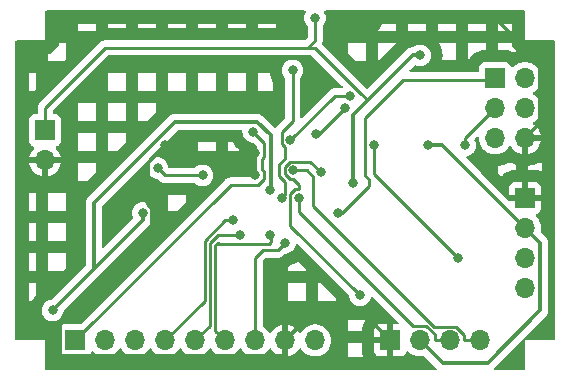
<source format=gbl>
%TF.GenerationSoftware,KiCad,Pcbnew,7.0.10*%
%TF.CreationDate,2024-01-18T02:20:14-05:00*%
%TF.ProjectId,Dattalogger_Board,44617474-616c-46f6-9767-65725f426f61,1*%
%TF.SameCoordinates,Original*%
%TF.FileFunction,Copper,L2,Bot*%
%TF.FilePolarity,Positive*%
%FSLAX46Y46*%
G04 Gerber Fmt 4.6, Leading zero omitted, Abs format (unit mm)*
G04 Created by KiCad (PCBNEW 7.0.10) date 2024-01-18 02:20:14*
%MOMM*%
%LPD*%
G01*
G04 APERTURE LIST*
%TA.AperFunction,ComponentPad*%
%ADD10O,1.700000X1.700000*%
%TD*%
%TA.AperFunction,ComponentPad*%
%ADD11R,1.700000X1.700000*%
%TD*%
%TA.AperFunction,ViaPad*%
%ADD12C,0.800000*%
%TD*%
%TA.AperFunction,Conductor*%
%ADD13C,0.350000*%
%TD*%
%TA.AperFunction,Conductor*%
%ADD14C,0.250000*%
%TD*%
G04 APERTURE END LIST*
D10*
%TO.P,J4,9,Pin_9*%
%TO.N,/Vcc*%
X154950000Y-91440000D03*
%TO.P,J4,8,Pin_8*%
%TO.N,GND*%
X152410000Y-91440000D03*
%TO.P,J4,7,Pin_7*%
%TO.N,/D8*%
X149870000Y-91440000D03*
%TO.P,J4,6,Pin_6*%
%TO.N,/D7*%
X147330000Y-91440000D03*
%TO.P,J4,5,Pin_5*%
%TO.N,/D6*%
X144790000Y-91440000D03*
%TO.P,J4,4,Pin_4*%
%TO.N,/D5*%
X142250000Y-91440000D03*
%TO.P,J4,3,Pin_3*%
%TO.N,/D4*%
X139710000Y-91440000D03*
%TO.P,J4,2,Pin_2*%
%TO.N,/D3*%
X137170000Y-91440000D03*
D11*
%TO.P,J4,1,Pin_1*%
%TO.N,/D2*%
X134630000Y-91440000D03*
%TD*%
D10*
%TO.P,J3,6,Pin_6*%
%TO.N,GND*%
X172715000Y-74310000D03*
%TO.P,J3,5,Pin_5*%
%TO.N,/RESET*%
X170175000Y-74310000D03*
%TO.P,J3,4,Pin_4*%
%TO.N,/MOSI*%
X172715000Y-71770000D03*
%TO.P,J3,3,Pin_3*%
%TO.N,/SCK*%
X170175000Y-71770000D03*
%TO.P,J3,2,Pin_2*%
%TO.N,/Vcc*%
X172715000Y-69230000D03*
D11*
%TO.P,J3,1,Pin_1*%
%TO.N,/MISO*%
X170175000Y-69230000D03*
%TD*%
%TO.P,J2,1,Pin_1*%
%TO.N,GND*%
X161300000Y-91440000D03*
D10*
%TO.P,J2,2,Pin_2*%
%TO.N,/Vcc*%
X163840000Y-91440000D03*
%TO.P,J2,3,Pin_3*%
%TO.N,/RX*%
X166380000Y-91440000D03*
%TO.P,J2,4,Pin_4*%
%TO.N,/TX*%
X168920000Y-91440000D03*
%TD*%
D11*
%TO.P,J1,1,Pin_1*%
%TO.N,GND*%
X172720000Y-79385000D03*
D10*
%TO.P,J1,2,Pin_2*%
%TO.N,/Vcc*%
X172720000Y-81925000D03*
%TO.P,J1,3,Pin_3*%
%TO.N,/SDA*%
X172720000Y-84465000D03*
%TO.P,J1,4,Pin_4*%
%TO.N,/SCK*%
X172720000Y-87005000D03*
%TD*%
D11*
%TO.P,BT1,1,+*%
%TO.N,/Vcc*%
X132080000Y-73655000D03*
D10*
%TO.P,BT1,2,-*%
%TO.N,GND*%
X132080000Y-76195000D03*
%TD*%
D12*
%TO.N,/Vcc*%
X151130000Y-78740000D03*
%TO.N,GND*%
X159385000Y-64135000D03*
%TO.N,/Vcc*%
X158115000Y-78105000D03*
X132715000Y-88900000D03*
X140335000Y-80645000D03*
%TO.N,/SDA*%
X157480000Y-71755000D03*
X155007762Y-73999965D03*
X167005000Y-84455000D03*
%TO.N,GND*%
X149860000Y-77470000D03*
X149860000Y-75565000D03*
%TO.N,Net-(U4-PB7)*%
X153035000Y-68580000D03*
X152130000Y-79375000D03*
%TO.N,Net-(U4-AREF)*%
X155444394Y-77210300D03*
X158750000Y-87630000D03*
%TO.N,/SDA*%
X159925000Y-74930000D03*
%TO.N,/RESET*%
X157884492Y-70715508D03*
X152852348Y-74477652D03*
%TO.N,/Vcc*%
X154940000Y-64135000D03*
X163830000Y-67310000D03*
%TO.N,/MISO*%
X156845000Y-80645000D03*
%TO.N,/SCK*%
X167640000Y-74930000D03*
%TO.N,/Vcc*%
X164465000Y-74930000D03*
%TO.N,/TX*%
X153095798Y-77020000D03*
%TO.N,/RX*%
X153580000Y-79375000D03*
%TO.N,/D8*%
X152400000Y-83185000D03*
%TO.N,/D7*%
X151130000Y-82550000D03*
%TO.N,/D6*%
X148590000Y-82550000D03*
%TO.N,/D5*%
X147955000Y-81280000D03*
%TO.N,/D2*%
X149707224Y-73774393D03*
%TO.N,/SCK*%
X145415000Y-77470000D03*
X141605000Y-76835000D03*
%TO.N,GND*%
X142240000Y-74930000D03*
X139700000Y-83820000D03*
%TD*%
D13*
%TO.N,/Vcc*%
X136207500Y-79795773D02*
X136207500Y-85407500D01*
X151185000Y-74085442D02*
X150048951Y-72949393D01*
X151185000Y-78685000D02*
X151185000Y-74085442D01*
X151130000Y-78740000D02*
X151185000Y-78685000D01*
X150048951Y-72949393D02*
X143053880Y-72949393D01*
X143053880Y-72949393D02*
X136207500Y-79795773D01*
X140335000Y-81280000D02*
X136207500Y-85407500D01*
X136207500Y-85407500D02*
X132715000Y-88900000D01*
D14*
%TO.N,Net-(U4-PB7)*%
X152130000Y-79375000D02*
X152400000Y-79105000D01*
X152400000Y-77985903D02*
X151920798Y-77506701D01*
X151920798Y-76533299D02*
X152400000Y-76054097D01*
X152400000Y-79105000D02*
X152400000Y-77985903D01*
X152127348Y-74777957D02*
X152127348Y-73785645D01*
X151920798Y-77506701D02*
X151920798Y-76533299D01*
X152400000Y-76054097D02*
X152400000Y-75050609D01*
X152400000Y-75050609D02*
X152127348Y-74777957D01*
X152127348Y-73785645D02*
X153035000Y-72877993D01*
X153035000Y-72877993D02*
X153035000Y-68580000D01*
%TO.N,Net-(U4-AREF)*%
X153580000Y-78290000D02*
X153035000Y-77745000D01*
X153580000Y-78650000D02*
X153580000Y-78290000D01*
X152855000Y-81735000D02*
X158750000Y-87630000D01*
X152855000Y-79074695D02*
X152855000Y-81735000D01*
X153279695Y-78650000D02*
X152855000Y-79074695D01*
X153580000Y-78650000D02*
X153279695Y-78650000D01*
X152370798Y-77320305D02*
X152795493Y-77745000D01*
X152370798Y-76719695D02*
X152370798Y-77320305D01*
X152795493Y-76295000D02*
X152370798Y-76719695D01*
X154529094Y-76295000D02*
X152795493Y-76295000D01*
X155444394Y-77210300D02*
X154529094Y-76295000D01*
X152795493Y-77745000D02*
X153035000Y-77745000D01*
%TO.N,/TX*%
X166866701Y-90265000D02*
X167555000Y-90953299D01*
X167555000Y-91440000D02*
X168920000Y-91440000D01*
X165033808Y-90265000D02*
X166866701Y-90265000D01*
X167555000Y-90953299D02*
X167555000Y-91440000D01*
X154803077Y-80034269D02*
X165033808Y-90265000D01*
X154803077Y-77594288D02*
X154803077Y-80034269D01*
X154228789Y-77020000D02*
X154803077Y-77594288D01*
X153095798Y-77020000D02*
X154228789Y-77020000D01*
%TO.N,/D2*%
X147794601Y-78275399D02*
X134630000Y-91440000D01*
X150150617Y-78275399D02*
X147794601Y-78275399D01*
X150635000Y-77148984D02*
X150635000Y-77791016D01*
X150410000Y-76923984D02*
X150635000Y-77148984D01*
X150410000Y-76111016D02*
X150410000Y-76923984D01*
X150635000Y-75886016D02*
X150410000Y-76111016D01*
X150635000Y-77791016D02*
X150150617Y-78275399D01*
X150635000Y-74702169D02*
X150635000Y-75886016D01*
X149707224Y-73774393D02*
X150635000Y-74702169D01*
D13*
%TO.N,GND*%
X173990000Y-73035000D02*
X172715000Y-74310000D01*
X173990000Y-67945000D02*
X173990000Y-73035000D01*
X170180000Y-64135000D02*
X173990000Y-67945000D01*
X159385000Y-64135000D02*
X170180000Y-64135000D01*
D14*
%TO.N,/Vcc*%
X153035000Y-66675000D02*
X137160000Y-66675000D01*
X154305000Y-66675000D02*
X153035000Y-66675000D01*
X158750000Y-70485000D02*
X159385000Y-71120000D01*
D13*
X158115000Y-72390000D02*
X159385000Y-71120000D01*
X159385000Y-71120000D02*
X163195000Y-67310000D01*
X163195000Y-67310000D02*
X163830000Y-67310000D01*
X158115000Y-78105000D02*
X158115000Y-72390000D01*
D14*
%TO.N,/RESET*%
X156614492Y-70715508D02*
X157884492Y-70715508D01*
X152852348Y-74477652D02*
X156614492Y-70715508D01*
%TO.N,/Vcc*%
X154940000Y-66040000D02*
X154305000Y-66675000D01*
X154940000Y-64135000D02*
X154940000Y-66040000D01*
%TO.N,/D5*%
X145600000Y-83000000D02*
X147320000Y-81280000D01*
X145600000Y-88090000D02*
X145600000Y-83000000D01*
X142250000Y-91440000D02*
X145600000Y-88090000D01*
X147320000Y-81280000D02*
X147955000Y-81280000D01*
%TO.N,/SDA*%
X155007762Y-73999965D02*
X155235035Y-73999965D01*
X155235035Y-73999965D02*
X157480000Y-71755000D01*
D13*
%TO.N,/Vcc*%
X140335000Y-80645000D02*
X140335000Y-81280000D01*
%TO.N,GND*%
X154315000Y-89535000D02*
X159395000Y-89535000D01*
X159395000Y-89535000D02*
X161300000Y-91440000D01*
X152410000Y-91440000D02*
X154315000Y-89535000D01*
X141160000Y-82360000D02*
X139700000Y-83820000D01*
X142240000Y-74930000D02*
X140780000Y-76390000D01*
X140780000Y-76390000D02*
X140780000Y-79923273D01*
X140780000Y-79923273D02*
X141160000Y-80303273D01*
X141160000Y-80303273D02*
X141160000Y-82360000D01*
X133355000Y-92715000D02*
X133355000Y-90165000D01*
X133355000Y-90165000D02*
X139700000Y-83820000D01*
X152337081Y-92715000D02*
X133355000Y-92715000D01*
X152410000Y-92642081D02*
X152337081Y-92715000D01*
X152410000Y-91440000D02*
X152410000Y-92642081D01*
D14*
%TO.N,/SDA*%
X159925000Y-77375000D02*
X159925000Y-74930000D01*
X167005000Y-84455000D02*
X159925000Y-77375000D01*
%TO.N,/RX*%
X164347412Y-90215000D02*
X165065000Y-90932588D01*
X163245000Y-90215000D02*
X164347412Y-90215000D01*
X153580000Y-80550000D02*
X163245000Y-90215000D01*
X165065000Y-91440000D02*
X166380000Y-91440000D01*
X153580000Y-79375000D02*
X153580000Y-80550000D01*
X165065000Y-90932588D02*
X165065000Y-91440000D01*
%TO.N,/MISO*%
X170050000Y-69355000D02*
X170175000Y-69230000D01*
X159200000Y-72575000D02*
X162420000Y-69355000D01*
X162420000Y-69355000D02*
X170050000Y-69355000D01*
X159475000Y-77804695D02*
X159200000Y-77529695D01*
X159475000Y-78405305D02*
X159475000Y-77804695D01*
X159200000Y-77529695D02*
X159200000Y-72575000D01*
X157235305Y-80645000D02*
X159475000Y-78405305D01*
X156845000Y-80645000D02*
X157235305Y-80645000D01*
%TO.N,/D6*%
X146050000Y-90180000D02*
X144790000Y-91440000D01*
X148590000Y-82550000D02*
X146686396Y-82550000D01*
X146686396Y-82550000D02*
X146050000Y-83186396D01*
X146050000Y-83186396D02*
X146050000Y-90180000D01*
D13*
%TO.N,GND*%
X143320000Y-76010000D02*
X142240000Y-74930000D01*
X148400000Y-76010000D02*
X143320000Y-76010000D01*
X149860000Y-77470000D02*
X148400000Y-76010000D01*
D14*
%TO.N,/D2*%
X134630000Y-91430000D02*
X134630000Y-91440000D01*
D13*
%TO.N,GND*%
X149860000Y-75565000D02*
X149860000Y-77470000D01*
D14*
%TO.N,/Vcc*%
X154940000Y-66675000D02*
X154305000Y-66675000D01*
X137160000Y-66675000D02*
X132080000Y-71755000D01*
X158750000Y-70485000D02*
X154940000Y-66675000D01*
X132080000Y-71755000D02*
X132080000Y-73655000D01*
%TO.N,/SCK*%
X167640000Y-74305000D02*
X167640000Y-74930000D01*
X170175000Y-71770000D02*
X167640000Y-74305000D01*
D13*
%TO.N,/Vcc*%
X165725000Y-74930000D02*
X164465000Y-74930000D01*
X172720000Y-81925000D02*
X165725000Y-74930000D01*
X173995000Y-88895000D02*
X173995000Y-83200000D01*
X165745000Y-93345000D02*
X169545000Y-93345000D01*
X173995000Y-83200000D02*
X172720000Y-81925000D01*
X163840000Y-91440000D02*
X165745000Y-93345000D01*
X169545000Y-93345000D02*
X173995000Y-88895000D01*
D14*
%TO.N,/D8*%
X150495000Y-83820000D02*
X151765000Y-83820000D01*
X149870000Y-84445000D02*
X150495000Y-83820000D01*
X151765000Y-83820000D02*
X152400000Y-83185000D01*
X149870000Y-91440000D02*
X149870000Y-84445000D01*
%TO.N,/D7*%
X151130000Y-82550000D02*
X151220000Y-82550000D01*
X151220000Y-83095000D02*
X151130000Y-82550000D01*
X151130000Y-83185000D02*
X151220000Y-83095000D01*
X151040000Y-83275000D02*
X151130000Y-83185000D01*
X146686396Y-83186396D02*
X146775000Y-83275000D01*
X146775000Y-83275000D02*
X151040000Y-83275000D01*
X146500000Y-83372792D02*
X146686396Y-83186396D01*
X146500000Y-90610000D02*
X146500000Y-89535000D01*
X147330000Y-91440000D02*
X146500000Y-90610000D01*
X146500000Y-89535000D02*
X146500000Y-83372792D01*
%TO.N,/SCK*%
X142240000Y-77470000D02*
X145415000Y-77470000D01*
X141605000Y-76835000D02*
X142240000Y-77470000D01*
%TD*%
%TA.AperFunction,Conductor*%
%TO.N,GND*%
G36*
X154107167Y-63520502D02*
G01*
X154153660Y-63574158D01*
X154163764Y-63644432D01*
X154148166Y-63689497D01*
X154126692Y-63726692D01*
X154105474Y-63763443D01*
X154105473Y-63763445D01*
X154046457Y-63945072D01*
X154026496Y-64135000D01*
X154046457Y-64324927D01*
X154071019Y-64400519D01*
X154105473Y-64506556D01*
X154105476Y-64506561D01*
X154177071Y-64630568D01*
X154200960Y-64671944D01*
X154274137Y-64753215D01*
X154304853Y-64817220D01*
X154306500Y-64837524D01*
X154306500Y-65725405D01*
X154286498Y-65793526D01*
X154269595Y-65814500D01*
X154079500Y-66004595D01*
X154017188Y-66038621D01*
X153990405Y-66041500D01*
X137243853Y-66041500D01*
X137228011Y-66039750D01*
X137227984Y-66040044D01*
X137220091Y-66039297D01*
X137152001Y-66041438D01*
X137148043Y-66041500D01*
X137120144Y-66041500D01*
X137120138Y-66041500D01*
X137120132Y-66041501D01*
X137116133Y-66042006D01*
X137104313Y-66042936D01*
X137060114Y-66044325D01*
X137060107Y-66044327D01*
X137040649Y-66049979D01*
X137021304Y-66053985D01*
X137001206Y-66056525D01*
X137001198Y-66056527D01*
X136960090Y-66072802D01*
X136948866Y-66076645D01*
X136906409Y-66088981D01*
X136906407Y-66088981D01*
X136906407Y-66088982D01*
X136891362Y-66097879D01*
X136888964Y-66099297D01*
X136871218Y-66107990D01*
X136852382Y-66115448D01*
X136816610Y-66141437D01*
X136806694Y-66147951D01*
X136768637Y-66170458D01*
X136754311Y-66184784D01*
X136739285Y-66197617D01*
X136722895Y-66209525D01*
X136722893Y-66209527D01*
X136694700Y-66243605D01*
X136686713Y-66252381D01*
X131691336Y-71247757D01*
X131678901Y-71257721D01*
X131679089Y-71257948D01*
X131672979Y-71263002D01*
X131626370Y-71312635D01*
X131623620Y-71315473D01*
X131603863Y-71335231D01*
X131601374Y-71338439D01*
X131593688Y-71347436D01*
X131563418Y-71379673D01*
X131563411Y-71379683D01*
X131553651Y-71397435D01*
X131542803Y-71413950D01*
X131530386Y-71429958D01*
X131512824Y-71470540D01*
X131507604Y-71481195D01*
X131486305Y-71519939D01*
X131486303Y-71519944D01*
X131481267Y-71539559D01*
X131474864Y-71558262D01*
X131466819Y-71576852D01*
X131459901Y-71620525D01*
X131457495Y-71632142D01*
X131446500Y-71674968D01*
X131446500Y-71695223D01*
X131444949Y-71714933D01*
X131441780Y-71734942D01*
X131445941Y-71778961D01*
X131446500Y-71790819D01*
X131446500Y-72170500D01*
X131426498Y-72238621D01*
X131372842Y-72285114D01*
X131320500Y-72296500D01*
X131181350Y-72296500D01*
X131120803Y-72303009D01*
X131120795Y-72303011D01*
X130983797Y-72354110D01*
X130983792Y-72354112D01*
X130866738Y-72441738D01*
X130779112Y-72558792D01*
X130779110Y-72558797D01*
X130728011Y-72695795D01*
X130728009Y-72695803D01*
X130721500Y-72756350D01*
X130721500Y-74553649D01*
X130728009Y-74614196D01*
X130728011Y-74614204D01*
X130779110Y-74751202D01*
X130779112Y-74751207D01*
X130866738Y-74868261D01*
X130983792Y-74955887D01*
X130983796Y-74955889D01*
X131099312Y-74998975D01*
X131156148Y-75041522D01*
X131180958Y-75108042D01*
X131165866Y-75177416D01*
X131147981Y-75202367D01*
X131004674Y-75358041D01*
X130881580Y-75546451D01*
X130791179Y-75752543D01*
X130791176Y-75752550D01*
X130743455Y-75940999D01*
X130743456Y-75941000D01*
X131648884Y-75941000D01*
X131620507Y-75985156D01*
X131580000Y-76123111D01*
X131580000Y-76266889D01*
X131620507Y-76404844D01*
X131648884Y-76449000D01*
X130743455Y-76449000D01*
X130791176Y-76637449D01*
X130791179Y-76637456D01*
X130881580Y-76843548D01*
X131004674Y-77031958D01*
X131157097Y-77197534D01*
X131334698Y-77335767D01*
X131334699Y-77335768D01*
X131532628Y-77442882D01*
X131532630Y-77442883D01*
X131745483Y-77515955D01*
X131745492Y-77515957D01*
X131826000Y-77529391D01*
X131826000Y-76628674D01*
X131937685Y-76679680D01*
X132044237Y-76695000D01*
X132115763Y-76695000D01*
X132222315Y-76679680D01*
X132334000Y-76628674D01*
X132334000Y-77529390D01*
X132414507Y-77515957D01*
X132414516Y-77515955D01*
X132627369Y-77442883D01*
X132627371Y-77442882D01*
X132825300Y-77335768D01*
X132825301Y-77335767D01*
X133002902Y-77197534D01*
X133155325Y-77031958D01*
X133278419Y-76843548D01*
X133368820Y-76637456D01*
X133368823Y-76637449D01*
X133415658Y-76452500D01*
X134872500Y-76452500D01*
X134872500Y-77978500D01*
X135624145Y-77978500D01*
X136398500Y-77204145D01*
X136398500Y-76452500D01*
X134872500Y-76452500D01*
X133415658Y-76452500D01*
X133416544Y-76449000D01*
X132511116Y-76449000D01*
X132539493Y-76404844D01*
X132580000Y-76266889D01*
X132580000Y-76123111D01*
X132539493Y-75985156D01*
X132511116Y-75941000D01*
X133416544Y-75941000D01*
X133416544Y-75940999D01*
X133368823Y-75752550D01*
X133368820Y-75752543D01*
X133278419Y-75546451D01*
X133155325Y-75358041D01*
X133012018Y-75202367D01*
X132980598Y-75138702D01*
X132988585Y-75068156D01*
X133033444Y-75013127D01*
X133060679Y-74998977D01*
X133176204Y-74955889D01*
X133293261Y-74868261D01*
X133380889Y-74751204D01*
X133431989Y-74614201D01*
X133437984Y-74558444D01*
X133438499Y-74553649D01*
X133438500Y-74553632D01*
X133438500Y-73912500D01*
X134872500Y-73912500D01*
X134872500Y-75438500D01*
X136398500Y-75438500D01*
X136398500Y-73912500D01*
X137412500Y-73912500D01*
X137412500Y-75438500D01*
X138164145Y-75438500D01*
X138938500Y-74664145D01*
X138938500Y-73912500D01*
X137412500Y-73912500D01*
X136398500Y-73912500D01*
X134872500Y-73912500D01*
X133438500Y-73912500D01*
X133438500Y-72756367D01*
X133438499Y-72756350D01*
X133431990Y-72695803D01*
X133431988Y-72695795D01*
X133398967Y-72607265D01*
X133380889Y-72558796D01*
X133380888Y-72558794D01*
X133380887Y-72558792D01*
X133293261Y-72441738D01*
X133176207Y-72354112D01*
X133176202Y-72354110D01*
X133039204Y-72303011D01*
X133039196Y-72303009D01*
X132978649Y-72296500D01*
X132978638Y-72296500D01*
X132839500Y-72296500D01*
X132771379Y-72276498D01*
X132724886Y-72222842D01*
X132713500Y-72170500D01*
X132713500Y-72069594D01*
X132733502Y-72001473D01*
X132750405Y-71980499D01*
X133358404Y-71372500D01*
X134872500Y-71372500D01*
X134872500Y-72898500D01*
X136398500Y-72898500D01*
X136398500Y-71372500D01*
X137412500Y-71372500D01*
X137412500Y-72898500D01*
X138938500Y-72898500D01*
X138938500Y-71372500D01*
X139952500Y-71372500D01*
X139952500Y-72898500D01*
X140704145Y-72898500D01*
X141478500Y-72124145D01*
X141478500Y-71372500D01*
X139952500Y-71372500D01*
X138938500Y-71372500D01*
X137412500Y-71372500D01*
X136398500Y-71372500D01*
X134872500Y-71372500D01*
X133358404Y-71372500D01*
X135898405Y-68832500D01*
X137412500Y-68832500D01*
X137412500Y-70358500D01*
X138938500Y-70358500D01*
X138938500Y-68832500D01*
X139952500Y-68832500D01*
X139952500Y-70358500D01*
X141478500Y-70358500D01*
X141478500Y-68832500D01*
X142492500Y-68832500D01*
X142492500Y-70358500D01*
X144018500Y-70358500D01*
X144018500Y-68832500D01*
X145032500Y-68832500D01*
X145032500Y-70358500D01*
X146558500Y-70358500D01*
X146558500Y-68832500D01*
X147572500Y-68832500D01*
X147572500Y-70358500D01*
X149098500Y-70358500D01*
X149098500Y-68832500D01*
X150112500Y-68832500D01*
X150112500Y-70358500D01*
X151387500Y-70358500D01*
X151387500Y-69571443D01*
X151309044Y-69435555D01*
X151305896Y-69429758D01*
X151287775Y-69394194D01*
X151284934Y-69388238D01*
X151263332Y-69339717D01*
X151260808Y-69333623D01*
X151246510Y-69296374D01*
X151244309Y-69290158D01*
X151168882Y-69058020D01*
X151167009Y-69051698D01*
X151156680Y-69013154D01*
X151155140Y-69006737D01*
X151144096Y-68954782D01*
X151142893Y-68948295D01*
X151136649Y-68908873D01*
X151135788Y-68902332D01*
X151128449Y-68832500D01*
X150112500Y-68832500D01*
X149098500Y-68832500D01*
X147572500Y-68832500D01*
X146558500Y-68832500D01*
X145032500Y-68832500D01*
X144018500Y-68832500D01*
X142492500Y-68832500D01*
X141478500Y-68832500D01*
X139952500Y-68832500D01*
X138938500Y-68832500D01*
X137412500Y-68832500D01*
X135898405Y-68832500D01*
X137385500Y-67345405D01*
X137447812Y-67311379D01*
X137474595Y-67308500D01*
X152954970Y-67308500D01*
X154221147Y-67308500D01*
X154236988Y-67310249D01*
X154237016Y-67309956D01*
X154244902Y-67310700D01*
X154244909Y-67310702D01*
X154312986Y-67308562D01*
X154316945Y-67308500D01*
X154625406Y-67308500D01*
X154693527Y-67328502D01*
X154714501Y-67345405D01*
X157236009Y-69866913D01*
X157270035Y-69929225D01*
X157264970Y-70000040D01*
X157222423Y-70056876D01*
X157155903Y-70081687D01*
X157146914Y-70082008D01*
X156698345Y-70082008D01*
X156682503Y-70080258D01*
X156682476Y-70080552D01*
X156674584Y-70079806D01*
X156674583Y-70079806D01*
X156650852Y-70080552D01*
X156606506Y-70081946D01*
X156602547Y-70082008D01*
X156574636Y-70082008D01*
X156574633Y-70082008D01*
X156574618Y-70082009D01*
X156570613Y-70082515D01*
X156558796Y-70083445D01*
X156514605Y-70084834D01*
X156514603Y-70084835D01*
X156495148Y-70090486D01*
X156475795Y-70094494D01*
X156455703Y-70097032D01*
X156455697Y-70097033D01*
X156455695Y-70097034D01*
X156449103Y-70099644D01*
X156414590Y-70113308D01*
X156403366Y-70117151D01*
X156360899Y-70129490D01*
X156343456Y-70139805D01*
X156325710Y-70148498D01*
X156306874Y-70155956D01*
X156271102Y-70181945D01*
X156261186Y-70188459D01*
X156223129Y-70210966D01*
X156208803Y-70225292D01*
X156193777Y-70238125D01*
X156177387Y-70250033D01*
X156177385Y-70250035D01*
X156149192Y-70284113D01*
X156141205Y-70292889D01*
X153883595Y-72550500D01*
X153821283Y-72584525D01*
X153750468Y-72579461D01*
X153693632Y-72536914D01*
X153668821Y-72470394D01*
X153668500Y-72461405D01*
X153668500Y-69282524D01*
X153688502Y-69214403D01*
X153700858Y-69198220D01*
X153774040Y-69116944D01*
X153869527Y-68951556D01*
X153928542Y-68769928D01*
X153948504Y-68580000D01*
X153928542Y-68390072D01*
X153869527Y-68208444D01*
X153774040Y-68043056D01*
X153774038Y-68043054D01*
X153774034Y-68043048D01*
X153646255Y-67901135D01*
X153491752Y-67788882D01*
X153317288Y-67711206D01*
X153130487Y-67671500D01*
X152939513Y-67671500D01*
X152752711Y-67711206D01*
X152578247Y-67788882D01*
X152423744Y-67901135D01*
X152295965Y-68043048D01*
X152295958Y-68043058D01*
X152200476Y-68208438D01*
X152200473Y-68208445D01*
X152141457Y-68390072D01*
X152121496Y-68580000D01*
X152141457Y-68769927D01*
X152161789Y-68832500D01*
X152200473Y-68951556D01*
X152295960Y-69116944D01*
X152369137Y-69198215D01*
X152399853Y-69262220D01*
X152401500Y-69282524D01*
X152401500Y-72563398D01*
X152381498Y-72631519D01*
X152364599Y-72652488D01*
X152037606Y-72979482D01*
X151738688Y-73278400D01*
X151726251Y-73288364D01*
X151726439Y-73288591D01*
X151720330Y-73293644D01*
X151673718Y-73343280D01*
X151670968Y-73346118D01*
X151651211Y-73365876D01*
X151648722Y-73369084D01*
X151641044Y-73378073D01*
X151634757Y-73384770D01*
X151573550Y-73420745D01*
X151502609Y-73417918D01*
X151453799Y-73387626D01*
X150549555Y-72483382D01*
X150544345Y-72477848D01*
X150505524Y-72434028D01*
X150457349Y-72400775D01*
X150451219Y-72396264D01*
X150405148Y-72360170D01*
X150405144Y-72360167D01*
X150396550Y-72356300D01*
X150376686Y-72345097D01*
X150368924Y-72339739D01*
X150368921Y-72339738D01*
X150314189Y-72318981D01*
X150307157Y-72316068D01*
X150253790Y-72292049D01*
X150253787Y-72292048D01*
X150244505Y-72290347D01*
X150222551Y-72284226D01*
X150213729Y-72280881D01*
X150213720Y-72280878D01*
X150155614Y-72273823D01*
X150148091Y-72272678D01*
X150090524Y-72262129D01*
X150090523Y-72262129D01*
X150064803Y-72263684D01*
X150032099Y-72265663D01*
X150024492Y-72265893D01*
X143078338Y-72265893D01*
X143070731Y-72265663D01*
X143012304Y-72262128D01*
X143012303Y-72262129D01*
X142954735Y-72272678D01*
X142947216Y-72273823D01*
X142889122Y-72280878D01*
X142889106Y-72280880D01*
X142880277Y-72284228D01*
X142858320Y-72290348D01*
X142853742Y-72291187D01*
X142849042Y-72292049D01*
X142849038Y-72292050D01*
X142795658Y-72316073D01*
X142788634Y-72318983D01*
X142733906Y-72339740D01*
X142726140Y-72345100D01*
X142706297Y-72356291D01*
X142697691Y-72360164D01*
X142697682Y-72360170D01*
X142651602Y-72396271D01*
X142645475Y-72400779D01*
X142597305Y-72434029D01*
X142558484Y-72477848D01*
X142553268Y-72483388D01*
X135741495Y-79295161D01*
X135735955Y-79300377D01*
X135692136Y-79339198D01*
X135658885Y-79387370D01*
X135654382Y-79393489D01*
X135634502Y-79418866D01*
X135618274Y-79439580D01*
X135614403Y-79448181D01*
X135603210Y-79468028D01*
X135597847Y-79475798D01*
X135597845Y-79475803D01*
X135577088Y-79530533D01*
X135574177Y-79537561D01*
X135550156Y-79590935D01*
X135548456Y-79600212D01*
X135542334Y-79622174D01*
X135538985Y-79631003D01*
X135531930Y-79689109D01*
X135530785Y-79696630D01*
X135520236Y-79754198D01*
X135520236Y-79754200D01*
X135520236Y-79754201D01*
X135521557Y-79776038D01*
X135523770Y-79812623D01*
X135524000Y-79820231D01*
X135524000Y-85072195D01*
X135503998Y-85140316D01*
X135487095Y-85161290D01*
X132692825Y-87955559D01*
X132630513Y-87989585D01*
X132622328Y-87990901D01*
X132432711Y-88031206D01*
X132258247Y-88108882D01*
X132103744Y-88221135D01*
X131975965Y-88363048D01*
X131975958Y-88363058D01*
X131880476Y-88528438D01*
X131880473Y-88528445D01*
X131821457Y-88710072D01*
X131801496Y-88900000D01*
X131821457Y-89089927D01*
X131851526Y-89182470D01*
X131880473Y-89271556D01*
X131880476Y-89271561D01*
X131975958Y-89436941D01*
X131975965Y-89436951D01*
X132103744Y-89578864D01*
X132103747Y-89578866D01*
X132258248Y-89691118D01*
X132432712Y-89768794D01*
X132619513Y-89808500D01*
X132810487Y-89808500D01*
X132997288Y-89768794D01*
X133171752Y-89691118D01*
X133326253Y-89578866D01*
X133352028Y-89550240D01*
X133454034Y-89436951D01*
X133454035Y-89436949D01*
X133454040Y-89436944D01*
X133549527Y-89271556D01*
X133608542Y-89089928D01*
X133617602Y-89003721D01*
X133644614Y-88938065D01*
X133653808Y-88927805D01*
X136673525Y-85908088D01*
X136679032Y-85902904D01*
X136722865Y-85864073D01*
X136728228Y-85856301D01*
X136742820Y-85838793D01*
X140801024Y-81780589D01*
X140806532Y-81775404D01*
X140850365Y-81736573D01*
X140883629Y-81688379D01*
X140888112Y-81682287D01*
X140924223Y-81636198D01*
X140928095Y-81627592D01*
X140939295Y-81607733D01*
X140944654Y-81599971D01*
X140965405Y-81545252D01*
X140968318Y-81538222D01*
X140992343Y-81484839D01*
X140992344Y-81484837D01*
X140994042Y-81475567D01*
X141000170Y-81453587D01*
X141003513Y-81444774D01*
X141010570Y-81386646D01*
X141011712Y-81379148D01*
X141016247Y-81354404D01*
X141022264Y-81321573D01*
X141020796Y-81297306D01*
X141036648Y-81228102D01*
X141052928Y-81205390D01*
X141074040Y-81181944D01*
X141169527Y-81016556D01*
X141228542Y-80834928D01*
X141248504Y-80645000D01*
X141228542Y-80455072D01*
X141169527Y-80273444D01*
X141074040Y-80108056D01*
X141074038Y-80108054D01*
X141074034Y-80108048D01*
X140946255Y-79966135D01*
X140791752Y-79853882D01*
X140617288Y-79776206D01*
X140430487Y-79736500D01*
X140239513Y-79736500D01*
X140052711Y-79776206D01*
X139878247Y-79853882D01*
X139723744Y-79966135D01*
X139595965Y-80108048D01*
X139595958Y-80108058D01*
X139520063Y-80239513D01*
X139500473Y-80273444D01*
X139485999Y-80317986D01*
X139441457Y-80455072D01*
X139421496Y-80645000D01*
X139441457Y-80834928D01*
X139500470Y-81016550D01*
X139503158Y-81022586D01*
X139501920Y-81023137D01*
X139516948Y-81085111D01*
X139493720Y-81152200D01*
X139480186Y-81168197D01*
X137106095Y-83542289D01*
X137043783Y-83576314D01*
X136972968Y-83571250D01*
X136916132Y-83528703D01*
X136891321Y-83462183D01*
X136891000Y-83453194D01*
X136891000Y-80131078D01*
X136911002Y-80062957D01*
X136927905Y-80041983D01*
X137852388Y-79117500D01*
X142492500Y-79117500D01*
X142492500Y-80518500D01*
X143221582Y-80518500D01*
X144018500Y-79721582D01*
X144018500Y-79117500D01*
X142492500Y-79117500D01*
X137852388Y-79117500D01*
X138727097Y-78242791D01*
X140526444Y-76443443D01*
X140588754Y-76409419D01*
X140659569Y-76414484D01*
X140716405Y-76457031D01*
X140741216Y-76523551D01*
X140735370Y-76571476D01*
X140711457Y-76645070D01*
X140691496Y-76835000D01*
X140711457Y-77024927D01*
X140735343Y-77098438D01*
X140770473Y-77206556D01*
X140787978Y-77236875D01*
X140865958Y-77371941D01*
X140865965Y-77371951D01*
X140993744Y-77513864D01*
X140993747Y-77513866D01*
X141148248Y-77626118D01*
X141322712Y-77703794D01*
X141509513Y-77743500D01*
X141565406Y-77743500D01*
X141633527Y-77763502D01*
X141654501Y-77780405D01*
X141732753Y-77858657D01*
X141742720Y-77871097D01*
X141742947Y-77870910D01*
X141747999Y-77877017D01*
X141797666Y-77923657D01*
X141800510Y-77926414D01*
X141820230Y-77946134D01*
X141823416Y-77948605D01*
X141832447Y-77956318D01*
X141864678Y-77986585D01*
X141864682Y-77986588D01*
X141882430Y-77996345D01*
X141898957Y-78007201D01*
X141914960Y-78019614D01*
X141955539Y-78037174D01*
X141966187Y-78042391D01*
X142004934Y-78063692D01*
X142004936Y-78063693D01*
X142004940Y-78063695D01*
X142024562Y-78068733D01*
X142043263Y-78075135D01*
X142055814Y-78080567D01*
X142061852Y-78083180D01*
X142061853Y-78083180D01*
X142061855Y-78083181D01*
X142105530Y-78090098D01*
X142117141Y-78092502D01*
X142159970Y-78103500D01*
X142180224Y-78103500D01*
X142199934Y-78105051D01*
X142202141Y-78105400D01*
X142219943Y-78108220D01*
X142263961Y-78104058D01*
X142275819Y-78103500D01*
X144706800Y-78103500D01*
X144774921Y-78123502D01*
X144800437Y-78145190D01*
X144803747Y-78148866D01*
X144958248Y-78261118D01*
X145132712Y-78338794D01*
X145319513Y-78378500D01*
X145510487Y-78378500D01*
X145697288Y-78338794D01*
X145871752Y-78261118D01*
X146026253Y-78148866D01*
X146029563Y-78145190D01*
X146154034Y-78006951D01*
X146154035Y-78006949D01*
X146154040Y-78006944D01*
X146249527Y-77841556D01*
X146308542Y-77659928D01*
X146328504Y-77470000D01*
X146308542Y-77280072D01*
X146249527Y-77098444D01*
X146154040Y-76933056D01*
X146154038Y-76933054D01*
X146154034Y-76933048D01*
X146026255Y-76791135D01*
X145871752Y-76678882D01*
X145697288Y-76601206D01*
X145510487Y-76561500D01*
X145319513Y-76561500D01*
X145132711Y-76601206D01*
X144958247Y-76678882D01*
X144803747Y-76791133D01*
X144800437Y-76794810D01*
X144739991Y-76832050D01*
X144706800Y-76836500D01*
X142632113Y-76836500D01*
X142563992Y-76816498D01*
X142517499Y-76762842D01*
X142506803Y-76723670D01*
X142498542Y-76645072D01*
X142496065Y-76637449D01*
X142439527Y-76463444D01*
X142344040Y-76298056D01*
X142344038Y-76298054D01*
X142344034Y-76298048D01*
X142216255Y-76156135D01*
X142061752Y-76043882D01*
X141887288Y-75966206D01*
X141700487Y-75926500D01*
X141509513Y-75926500D01*
X141509512Y-75926500D01*
X141333638Y-75963883D01*
X141262847Y-75958481D01*
X141206214Y-75915664D01*
X141181721Y-75849026D01*
X141197142Y-75779725D01*
X141218342Y-75751545D01*
X142322995Y-74646893D01*
X145032500Y-74646893D01*
X145032500Y-75438500D01*
X146558500Y-75438500D01*
X146558500Y-74646893D01*
X147572500Y-74646893D01*
X147572500Y-75438500D01*
X148523941Y-75438500D01*
X148532378Y-75342056D01*
X148536192Y-75320426D01*
X148540789Y-75303268D01*
X148478476Y-75257995D01*
X148473246Y-75253982D01*
X148442239Y-75228875D01*
X148437222Y-75224590D01*
X148397749Y-75189050D01*
X148392962Y-75184507D01*
X148364736Y-75156281D01*
X148360195Y-75151496D01*
X148196861Y-74970095D01*
X148192575Y-74965077D01*
X148167456Y-74934056D01*
X148163441Y-74928824D01*
X148132223Y-74885855D01*
X148128485Y-74880416D01*
X148106756Y-74846954D01*
X148103312Y-74841333D01*
X147991051Y-74646893D01*
X147572500Y-74646893D01*
X146558500Y-74646893D01*
X145032500Y-74646893D01*
X142322995Y-74646893D01*
X143300090Y-73669798D01*
X143362402Y-73635772D01*
X143389185Y-73632893D01*
X148668655Y-73632893D01*
X148736776Y-73652895D01*
X148783269Y-73706551D01*
X148793268Y-73767790D01*
X148793720Y-73767790D01*
X148793720Y-73770561D01*
X148793965Y-73772062D01*
X148793720Y-73774392D01*
X148813681Y-73964320D01*
X148833719Y-74025989D01*
X148872697Y-74145949D01*
X148872700Y-74145954D01*
X148968182Y-74311334D01*
X148968189Y-74311344D01*
X149095968Y-74453257D01*
X149129545Y-74477652D01*
X149250472Y-74565511D01*
X149424936Y-74643187D01*
X149611737Y-74682893D01*
X149667630Y-74682893D01*
X149735751Y-74702895D01*
X149756725Y-74719798D01*
X149964595Y-74927668D01*
X149998621Y-74989980D01*
X150001500Y-75016763D01*
X150001500Y-75570706D01*
X149981498Y-75638827D01*
X149967348Y-75656961D01*
X149956368Y-75668653D01*
X149953619Y-75671490D01*
X149933863Y-75691247D01*
X149931374Y-75694455D01*
X149923688Y-75703452D01*
X149893418Y-75735689D01*
X149893411Y-75735699D01*
X149883651Y-75753451D01*
X149872803Y-75769966D01*
X149860386Y-75785974D01*
X149842824Y-75826556D01*
X149837604Y-75837211D01*
X149816305Y-75875955D01*
X149816303Y-75875960D01*
X149811267Y-75895575D01*
X149804864Y-75914278D01*
X149796819Y-75932868D01*
X149789901Y-75976541D01*
X149787495Y-75988158D01*
X149776500Y-76030984D01*
X149776500Y-76051239D01*
X149774949Y-76070949D01*
X149771780Y-76090958D01*
X149775941Y-76134977D01*
X149776500Y-76146835D01*
X149776500Y-76840130D01*
X149774751Y-76855972D01*
X149775044Y-76856000D01*
X149774298Y-76863891D01*
X149776438Y-76931968D01*
X149776500Y-76935927D01*
X149776500Y-76963835D01*
X149776501Y-76963853D01*
X149777007Y-76967861D01*
X149777937Y-76979680D01*
X149779326Y-77023872D01*
X149779327Y-77023877D01*
X149784977Y-77043323D01*
X149788986Y-77062681D01*
X149791525Y-77082777D01*
X149791526Y-77082784D01*
X149807800Y-77123887D01*
X149811644Y-77135113D01*
X149823982Y-77177577D01*
X149834294Y-77195015D01*
X149842988Y-77212763D01*
X149850444Y-77231593D01*
X149850450Y-77231604D01*
X149876432Y-77267365D01*
X149882949Y-77277285D01*
X149905458Y-77315346D01*
X149919782Y-77329670D01*
X149932619Y-77344700D01*
X149944528Y-77361091D01*
X149955814Y-77370428D01*
X149995553Y-77429260D01*
X150001500Y-77467513D01*
X150001500Y-77476421D01*
X149981498Y-77544542D01*
X149964595Y-77565516D01*
X149925117Y-77604994D01*
X149862805Y-77639020D01*
X149836022Y-77641899D01*
X147878454Y-77641899D01*
X147862612Y-77640149D01*
X147862585Y-77640443D01*
X147854693Y-77639697D01*
X147854692Y-77639697D01*
X147830961Y-77640443D01*
X147786615Y-77641837D01*
X147782656Y-77641899D01*
X147754745Y-77641899D01*
X147754742Y-77641899D01*
X147754727Y-77641900D01*
X147750722Y-77642406D01*
X147738905Y-77643336D01*
X147694713Y-77644725D01*
X147694711Y-77644726D01*
X147675256Y-77650377D01*
X147655903Y-77654385D01*
X147635811Y-77656923D01*
X147635804Y-77656925D01*
X147594697Y-77673200D01*
X147583472Y-77677043D01*
X147552813Y-77685951D01*
X147541008Y-77689381D01*
X147541006Y-77689381D01*
X147541003Y-77689383D01*
X147523564Y-77699696D01*
X147505819Y-77708389D01*
X147486980Y-77715848D01*
X147451228Y-77741825D01*
X147441305Y-77748343D01*
X147403241Y-77770853D01*
X147388908Y-77785186D01*
X147373882Y-77798019D01*
X147357496Y-77809924D01*
X147329312Y-77843992D01*
X147321324Y-77852769D01*
X135129500Y-90044595D01*
X135067188Y-90078621D01*
X135040405Y-90081500D01*
X133731350Y-90081500D01*
X133670803Y-90088009D01*
X133670795Y-90088011D01*
X133533797Y-90139110D01*
X133533792Y-90139112D01*
X133416738Y-90226738D01*
X133329112Y-90343792D01*
X133329110Y-90343797D01*
X133278011Y-90480795D01*
X133278009Y-90480803D01*
X133271500Y-90541350D01*
X133271500Y-92338649D01*
X133278009Y-92399196D01*
X133278011Y-92399204D01*
X133329110Y-92536202D01*
X133329112Y-92536207D01*
X133416738Y-92653261D01*
X133533792Y-92740887D01*
X133533794Y-92740888D01*
X133533796Y-92740889D01*
X133587600Y-92760957D01*
X133670795Y-92791988D01*
X133670803Y-92791990D01*
X133731350Y-92798499D01*
X133731355Y-92798499D01*
X133731362Y-92798500D01*
X133731368Y-92798500D01*
X135528632Y-92798500D01*
X135528638Y-92798500D01*
X135528645Y-92798499D01*
X135528649Y-92798499D01*
X135589196Y-92791990D01*
X135589199Y-92791989D01*
X135589201Y-92791989D01*
X135726204Y-92740889D01*
X135726799Y-92740444D01*
X135843261Y-92653261D01*
X135930886Y-92536208D01*
X135930885Y-92536208D01*
X135930889Y-92536204D01*
X135974999Y-92417939D01*
X136017545Y-92361107D01*
X136084066Y-92336296D01*
X136153440Y-92351388D01*
X136185753Y-92376635D01*
X136238088Y-92433486D01*
X136246762Y-92442908D01*
X136252657Y-92447496D01*
X136424424Y-92581189D01*
X136622426Y-92688342D01*
X136622427Y-92688342D01*
X136622428Y-92688343D01*
X136639970Y-92694365D01*
X136835365Y-92761444D01*
X137057431Y-92798500D01*
X137057435Y-92798500D01*
X137282565Y-92798500D01*
X137282569Y-92798500D01*
X137504635Y-92761444D01*
X137717574Y-92688342D01*
X137915576Y-92581189D01*
X138093240Y-92442906D01*
X138245722Y-92277268D01*
X138245927Y-92276955D01*
X138309066Y-92180312D01*
X138334518Y-92141354D01*
X138388520Y-92095268D01*
X138458868Y-92085692D01*
X138523225Y-92115669D01*
X138545480Y-92141353D01*
X138570934Y-92180312D01*
X138634275Y-92277265D01*
X138634279Y-92277270D01*
X138786762Y-92442908D01*
X138792657Y-92447496D01*
X138964424Y-92581189D01*
X139162426Y-92688342D01*
X139162427Y-92688342D01*
X139162428Y-92688343D01*
X139179970Y-92694365D01*
X139375365Y-92761444D01*
X139597431Y-92798500D01*
X139597435Y-92798500D01*
X139822565Y-92798500D01*
X139822569Y-92798500D01*
X140044635Y-92761444D01*
X140257574Y-92688342D01*
X140455576Y-92581189D01*
X140633240Y-92442906D01*
X140785722Y-92277268D01*
X140785927Y-92276955D01*
X140849066Y-92180312D01*
X140874518Y-92141354D01*
X140928520Y-92095268D01*
X140998868Y-92085692D01*
X141063225Y-92115669D01*
X141085480Y-92141353D01*
X141110934Y-92180312D01*
X141174275Y-92277265D01*
X141174279Y-92277270D01*
X141326762Y-92442908D01*
X141332657Y-92447496D01*
X141504424Y-92581189D01*
X141702426Y-92688342D01*
X141702427Y-92688342D01*
X141702428Y-92688343D01*
X141719970Y-92694365D01*
X141915365Y-92761444D01*
X142137431Y-92798500D01*
X142137435Y-92798500D01*
X142362565Y-92798500D01*
X142362569Y-92798500D01*
X142584635Y-92761444D01*
X142797574Y-92688342D01*
X142995576Y-92581189D01*
X143173240Y-92442906D01*
X143325722Y-92277268D01*
X143325927Y-92276955D01*
X143389066Y-92180312D01*
X143414518Y-92141354D01*
X143468520Y-92095268D01*
X143538868Y-92085692D01*
X143603225Y-92115669D01*
X143625480Y-92141353D01*
X143650934Y-92180312D01*
X143714275Y-92277265D01*
X143714279Y-92277270D01*
X143866762Y-92442908D01*
X143872657Y-92447496D01*
X144044424Y-92581189D01*
X144242426Y-92688342D01*
X144242427Y-92688342D01*
X144242428Y-92688343D01*
X144259970Y-92694365D01*
X144455365Y-92761444D01*
X144677431Y-92798500D01*
X144677435Y-92798500D01*
X144902565Y-92798500D01*
X144902569Y-92798500D01*
X145124635Y-92761444D01*
X145337574Y-92688342D01*
X145535576Y-92581189D01*
X145713240Y-92442906D01*
X145865722Y-92277268D01*
X145865927Y-92276955D01*
X145929066Y-92180312D01*
X145954518Y-92141354D01*
X146008520Y-92095268D01*
X146078868Y-92085692D01*
X146143225Y-92115669D01*
X146165480Y-92141353D01*
X146190934Y-92180312D01*
X146254275Y-92277265D01*
X146254279Y-92277270D01*
X146406762Y-92442908D01*
X146412657Y-92447496D01*
X146584424Y-92581189D01*
X146782426Y-92688342D01*
X146782427Y-92688342D01*
X146782428Y-92688343D01*
X146799970Y-92694365D01*
X146995365Y-92761444D01*
X147217431Y-92798500D01*
X147217435Y-92798500D01*
X147442565Y-92798500D01*
X147442569Y-92798500D01*
X147664635Y-92761444D01*
X147877574Y-92688342D01*
X148075576Y-92581189D01*
X148253240Y-92442906D01*
X148405722Y-92277268D01*
X148405927Y-92276955D01*
X148469066Y-92180312D01*
X148494518Y-92141354D01*
X148548520Y-92095268D01*
X148618868Y-92085692D01*
X148683225Y-92115669D01*
X148705480Y-92141353D01*
X148730934Y-92180312D01*
X148794275Y-92277265D01*
X148794279Y-92277270D01*
X148946762Y-92442908D01*
X148952657Y-92447496D01*
X149124424Y-92581189D01*
X149322426Y-92688342D01*
X149322427Y-92688342D01*
X149322428Y-92688343D01*
X149339970Y-92694365D01*
X149535365Y-92761444D01*
X149757431Y-92798500D01*
X149757435Y-92798500D01*
X149982565Y-92798500D01*
X149982569Y-92798500D01*
X150204635Y-92761444D01*
X150417574Y-92688342D01*
X150615576Y-92581189D01*
X150793240Y-92442906D01*
X150945722Y-92277268D01*
X150945927Y-92276955D01*
X151034517Y-92141357D01*
X151034816Y-92140898D01*
X151088819Y-92094810D01*
X151159167Y-92085235D01*
X151223524Y-92115212D01*
X151245782Y-92140898D01*
X151334674Y-92276958D01*
X151487097Y-92442534D01*
X151664698Y-92580767D01*
X151664699Y-92580768D01*
X151862628Y-92687882D01*
X151862630Y-92687883D01*
X152075483Y-92760955D01*
X152075492Y-92760957D01*
X152156000Y-92774391D01*
X152156000Y-91873674D01*
X152267685Y-91924680D01*
X152374237Y-91940000D01*
X152445763Y-91940000D01*
X152552315Y-91924680D01*
X152664000Y-91873674D01*
X152664000Y-92774390D01*
X152744507Y-92760957D01*
X152744516Y-92760955D01*
X152957369Y-92687883D01*
X152957371Y-92687882D01*
X153155300Y-92580768D01*
X153155301Y-92580767D01*
X153332902Y-92442534D01*
X153485327Y-92276955D01*
X153574217Y-92140899D01*
X153628220Y-92094810D01*
X153698568Y-92085235D01*
X153762925Y-92115212D01*
X153785183Y-92140898D01*
X153874279Y-92277270D01*
X154026762Y-92442908D01*
X154032657Y-92447496D01*
X154204424Y-92581189D01*
X154402426Y-92688342D01*
X154402427Y-92688342D01*
X154402428Y-92688343D01*
X154419970Y-92694365D01*
X154615365Y-92761444D01*
X154837431Y-92798500D01*
X154837435Y-92798500D01*
X155062565Y-92798500D01*
X155062569Y-92798500D01*
X155284635Y-92761444D01*
X155497574Y-92688342D01*
X155695576Y-92581189D01*
X155873240Y-92442906D01*
X156025722Y-92277268D01*
X156025927Y-92276955D01*
X156089066Y-92180312D01*
X156148860Y-92088791D01*
X156239296Y-91882616D01*
X156287440Y-91692500D01*
X157732500Y-91692500D01*
X157732500Y-92838000D01*
X159029974Y-92838000D01*
X158987362Y-92723753D01*
X158984844Y-92716298D01*
X158971019Y-92670724D01*
X158968970Y-92663123D01*
X158954394Y-92601439D01*
X158952824Y-92593726D01*
X158944789Y-92546796D01*
X158943704Y-92539004D01*
X158932358Y-92433486D01*
X158932042Y-92430122D01*
X158930404Y-92409768D01*
X158930178Y-92406398D01*
X158928726Y-92379282D01*
X158928591Y-92375919D01*
X158928045Y-92355535D01*
X158928000Y-92352161D01*
X158928000Y-91692500D01*
X157732500Y-91692500D01*
X156287440Y-91692500D01*
X156294564Y-91664368D01*
X156313156Y-91440000D01*
X156294564Y-91215632D01*
X156239296Y-90997384D01*
X156148860Y-90791209D01*
X156131597Y-90764786D01*
X156025724Y-90602734D01*
X156025720Y-90602729D01*
X155903746Y-90470232D01*
X155873240Y-90437094D01*
X155873239Y-90437093D01*
X155873237Y-90437091D01*
X155753679Y-90344035D01*
X155695576Y-90298811D01*
X155497574Y-90191658D01*
X155497572Y-90191657D01*
X155497571Y-90191656D01*
X155284639Y-90118557D01*
X155284630Y-90118555D01*
X155207029Y-90105606D01*
X155062569Y-90081500D01*
X154837431Y-90081500D01*
X154692971Y-90105606D01*
X154615369Y-90118555D01*
X154615360Y-90118557D01*
X154402428Y-90191656D01*
X154402426Y-90191658D01*
X154227591Y-90286274D01*
X154204426Y-90298810D01*
X154204424Y-90298811D01*
X154026762Y-90437091D01*
X153874279Y-90602729D01*
X153785183Y-90739101D01*
X153731179Y-90785189D01*
X153660831Y-90794764D01*
X153596474Y-90764786D01*
X153574217Y-90739100D01*
X153485327Y-90603044D01*
X153332902Y-90437465D01*
X153155301Y-90299232D01*
X153155300Y-90299231D01*
X152957371Y-90192117D01*
X152957369Y-90192116D01*
X152744512Y-90119043D01*
X152744501Y-90119040D01*
X152664000Y-90105606D01*
X152664000Y-91006325D01*
X152552315Y-90955320D01*
X152445763Y-90940000D01*
X152374237Y-90940000D01*
X152267685Y-90955320D01*
X152156000Y-91006325D01*
X152156000Y-90105607D01*
X152155999Y-90105606D01*
X152075498Y-90119040D01*
X152075487Y-90119043D01*
X151862630Y-90192116D01*
X151862628Y-90192117D01*
X151664699Y-90299231D01*
X151664698Y-90299232D01*
X151487097Y-90437465D01*
X151334670Y-90603045D01*
X151245780Y-90739101D01*
X151191776Y-90785189D01*
X151121428Y-90794764D01*
X151057071Y-90764786D01*
X151034816Y-90739101D01*
X150995224Y-90678500D01*
X150945724Y-90602734D01*
X150945720Y-90602729D01*
X150823746Y-90470232D01*
X150793240Y-90437094D01*
X150793239Y-90437093D01*
X150793237Y-90437091D01*
X150673679Y-90344035D01*
X150615576Y-90298811D01*
X150578158Y-90278561D01*
X150569529Y-90273891D01*
X150519139Y-90223877D01*
X150503500Y-90163078D01*
X150503500Y-89266225D01*
X157732500Y-89266225D01*
X157732500Y-90678500D01*
X158928000Y-90678500D01*
X158928000Y-90527839D01*
X158928045Y-90524465D01*
X158928591Y-90504081D01*
X158928726Y-90500718D01*
X158930178Y-90473602D01*
X158930404Y-90470232D01*
X158932042Y-90449878D01*
X158932358Y-90446514D01*
X158943704Y-90340996D01*
X158944789Y-90333204D01*
X158952824Y-90286274D01*
X158954394Y-90278561D01*
X158968970Y-90216877D01*
X158971019Y-90209276D01*
X158984844Y-90163702D01*
X158987362Y-90156247D01*
X159062144Y-89955747D01*
X159065586Y-89947439D01*
X159088190Y-89897941D01*
X159092214Y-89889900D01*
X159126935Y-89826307D01*
X159131526Y-89818569D01*
X159160961Y-89772766D01*
X159166092Y-89765376D01*
X159258500Y-89641933D01*
X159258500Y-89487365D01*
X159030327Y-89535865D01*
X159023839Y-89537067D01*
X158984406Y-89543312D01*
X158977863Y-89544173D01*
X158925039Y-89549723D01*
X158918465Y-89550240D01*
X158878628Y-89552327D01*
X158872036Y-89552500D01*
X158627964Y-89552500D01*
X158621372Y-89552327D01*
X158581535Y-89550240D01*
X158574961Y-89549723D01*
X158522137Y-89544173D01*
X158515594Y-89543312D01*
X158476161Y-89537067D01*
X158469673Y-89535865D01*
X158230911Y-89485115D01*
X158224496Y-89483574D01*
X158185949Y-89473245D01*
X158179624Y-89471372D01*
X158129111Y-89454959D01*
X158122895Y-89452758D01*
X158085638Y-89438457D01*
X158079542Y-89435932D01*
X157856553Y-89336650D01*
X157850600Y-89333810D01*
X157815037Y-89315690D01*
X157809236Y-89312541D01*
X157763237Y-89285982D01*
X157757614Y-89282535D01*
X157732500Y-89266225D01*
X150503500Y-89266225D01*
X150503500Y-86612500D01*
X152652500Y-86612500D01*
X152652500Y-88138500D01*
X154178500Y-88138500D01*
X154178500Y-86612500D01*
X155192500Y-86612500D01*
X155192500Y-88138500D01*
X156718500Y-88138500D01*
X156718500Y-87928414D01*
X155402585Y-86612500D01*
X155192500Y-86612500D01*
X154178500Y-86612500D01*
X152652500Y-86612500D01*
X150503500Y-86612500D01*
X150503500Y-85598500D01*
X152652500Y-85598500D01*
X154178500Y-85598500D01*
X154178500Y-85388414D01*
X153530250Y-84740164D01*
X153431284Y-84812068D01*
X153425849Y-84815803D01*
X153392386Y-84837535D01*
X153386763Y-84840982D01*
X153340764Y-84867541D01*
X153334963Y-84870690D01*
X153299400Y-84888810D01*
X153293447Y-84891650D01*
X153070458Y-84990932D01*
X153064362Y-84993457D01*
X153027105Y-85007758D01*
X153020889Y-85009959D01*
X152970376Y-85026372D01*
X152964051Y-85028245D01*
X152925504Y-85038574D01*
X152919087Y-85040115D01*
X152867856Y-85051003D01*
X152867062Y-85051704D01*
X152837683Y-85076006D01*
X152809157Y-85101159D01*
X152803052Y-85106210D01*
X152752670Y-85145291D01*
X152746266Y-85149944D01*
X152706634Y-85176878D01*
X152699945Y-85181123D01*
X152670516Y-85198524D01*
X152652500Y-85211616D01*
X152652500Y-85598500D01*
X150503500Y-85598500D01*
X150503500Y-84759594D01*
X150523502Y-84691473D01*
X150540405Y-84670499D01*
X150720499Y-84490405D01*
X150782811Y-84456379D01*
X150809594Y-84453500D01*
X151681147Y-84453500D01*
X151696988Y-84455249D01*
X151697016Y-84454956D01*
X151704902Y-84455700D01*
X151704909Y-84455702D01*
X151772986Y-84453562D01*
X151776945Y-84453500D01*
X151804851Y-84453500D01*
X151804856Y-84453500D01*
X151808867Y-84452992D01*
X151820699Y-84452061D01*
X151864889Y-84450673D01*
X151884347Y-84445019D01*
X151903694Y-84441013D01*
X151923797Y-84438474D01*
X151964910Y-84422195D01*
X151976130Y-84418353D01*
X152000913Y-84411154D01*
X152018591Y-84406019D01*
X152018595Y-84406017D01*
X152036026Y-84395708D01*
X152053780Y-84387009D01*
X152072617Y-84379552D01*
X152108392Y-84353558D01*
X152118298Y-84347051D01*
X152156362Y-84324542D01*
X152170685Y-84310218D01*
X152185724Y-84297374D01*
X152202107Y-84285472D01*
X152230299Y-84251392D01*
X152238267Y-84242635D01*
X152350500Y-84130404D01*
X152412813Y-84096379D01*
X152439595Y-84093500D01*
X152495487Y-84093500D01*
X152682288Y-84053794D01*
X152856752Y-83976118D01*
X153011253Y-83863866D01*
X153054166Y-83816206D01*
X153139034Y-83721951D01*
X153139035Y-83721949D01*
X153139040Y-83721944D01*
X153234527Y-83556556D01*
X153293542Y-83374928D01*
X153294983Y-83361219D01*
X153321995Y-83295562D01*
X153380215Y-83254931D01*
X153451161Y-83252226D01*
X153509387Y-83285291D01*
X155692001Y-85467906D01*
X157802877Y-87578782D01*
X157836903Y-87641094D01*
X157839092Y-87654706D01*
X157856457Y-87819927D01*
X157863717Y-87842270D01*
X157915473Y-88001556D01*
X157940235Y-88044445D01*
X158010958Y-88166941D01*
X158010965Y-88166951D01*
X158138744Y-88308864D01*
X158138747Y-88308866D01*
X158293248Y-88421118D01*
X158467712Y-88498794D01*
X158654513Y-88538500D01*
X158845487Y-88538500D01*
X159032288Y-88498794D01*
X159206752Y-88421118D01*
X159361253Y-88308866D01*
X159373231Y-88295563D01*
X159489034Y-88166951D01*
X159489035Y-88166949D01*
X159489040Y-88166944D01*
X159584527Y-88001556D01*
X159643542Y-87819928D01*
X159645458Y-87801696D01*
X159672468Y-87736039D01*
X159730689Y-87695407D01*
X159801634Y-87692702D01*
X159859863Y-87725768D01*
X162001000Y-89866905D01*
X162035026Y-89929217D01*
X162029961Y-90000032D01*
X161987414Y-90056868D01*
X161920894Y-90081679D01*
X161911905Y-90082000D01*
X161554000Y-90082000D01*
X161554000Y-91006325D01*
X161442315Y-90955320D01*
X161335763Y-90940000D01*
X161264237Y-90940000D01*
X161157685Y-90955320D01*
X161046000Y-91006325D01*
X161046000Y-90082000D01*
X160401402Y-90082000D01*
X160340906Y-90088505D01*
X160204035Y-90139555D01*
X160204034Y-90139555D01*
X160087095Y-90227095D01*
X159999555Y-90344034D01*
X159999555Y-90344035D01*
X159948505Y-90480906D01*
X159942000Y-90541402D01*
X159942000Y-91186000D01*
X160868884Y-91186000D01*
X160840507Y-91230156D01*
X160800000Y-91368111D01*
X160800000Y-91511889D01*
X160840507Y-91649844D01*
X160868884Y-91694000D01*
X159942000Y-91694000D01*
X159942000Y-92338597D01*
X159948505Y-92399093D01*
X159999555Y-92535964D01*
X159999555Y-92535965D01*
X160087095Y-92652904D01*
X160204034Y-92740444D01*
X160340906Y-92791494D01*
X160401402Y-92797999D01*
X160401415Y-92798000D01*
X161046000Y-92798000D01*
X161046000Y-91873674D01*
X161157685Y-91924680D01*
X161264237Y-91940000D01*
X161335763Y-91940000D01*
X161442315Y-91924680D01*
X161554000Y-91873674D01*
X161554000Y-92798000D01*
X162198585Y-92798000D01*
X162198597Y-92797999D01*
X162259093Y-92791494D01*
X162395964Y-92740444D01*
X162395965Y-92740444D01*
X162512904Y-92652904D01*
X162600444Y-92535965D01*
X162644618Y-92417530D01*
X162687165Y-92360694D01*
X162753685Y-92335883D01*
X162823059Y-92350974D01*
X162855372Y-92376222D01*
X162908088Y-92433486D01*
X162916762Y-92442908D01*
X162922657Y-92447496D01*
X163094424Y-92581189D01*
X163292426Y-92688342D01*
X163292427Y-92688342D01*
X163292428Y-92688343D01*
X163309970Y-92694365D01*
X163505365Y-92761444D01*
X163727431Y-92798500D01*
X163727435Y-92798500D01*
X163952564Y-92798500D01*
X163952569Y-92798500D01*
X164127972Y-92769230D01*
X164198452Y-92777747D01*
X164237802Y-92804417D01*
X165197790Y-93764405D01*
X165231816Y-93826717D01*
X165226751Y-93897532D01*
X165184204Y-93954368D01*
X165117684Y-93979179D01*
X165108695Y-93979500D01*
X132206000Y-93979500D01*
X132137879Y-93959498D01*
X132091386Y-93905842D01*
X132080000Y-93853500D01*
X132080000Y-91440000D01*
X129666500Y-91440000D01*
X129598379Y-91419998D01*
X129551886Y-91366342D01*
X129540500Y-91314000D01*
X129540500Y-86612500D01*
X130682000Y-86612500D01*
X130682000Y-88138500D01*
X130944126Y-88138500D01*
X130964934Y-88091762D01*
X130967775Y-88085806D01*
X130985896Y-88050242D01*
X130989044Y-88044445D01*
X131111088Y-87833060D01*
X131114532Y-87827439D01*
X131136261Y-87793977D01*
X131139999Y-87788538D01*
X131171217Y-87745569D01*
X131175232Y-87740337D01*
X131200351Y-87709316D01*
X131204637Y-87704298D01*
X131318500Y-87577839D01*
X131318500Y-86612500D01*
X130682000Y-86612500D01*
X129540500Y-86612500D01*
X129540500Y-84072500D01*
X130682000Y-84072500D01*
X130682000Y-85598500D01*
X131318500Y-85598500D01*
X131318500Y-84072500D01*
X132332500Y-84072500D01*
X132332500Y-85598500D01*
X133615873Y-85598500D01*
X133858500Y-85355872D01*
X133858500Y-84072500D01*
X132332500Y-84072500D01*
X131318500Y-84072500D01*
X130682000Y-84072500D01*
X129540500Y-84072500D01*
X129540500Y-81532500D01*
X130682000Y-81532500D01*
X130682000Y-83058500D01*
X131318500Y-83058500D01*
X131318500Y-81532500D01*
X132332500Y-81532500D01*
X132332500Y-83058500D01*
X133858500Y-83058500D01*
X133858500Y-81532500D01*
X132332500Y-81532500D01*
X131318500Y-81532500D01*
X130682000Y-81532500D01*
X129540500Y-81532500D01*
X129540500Y-78992500D01*
X130682000Y-78992500D01*
X130682000Y-80518500D01*
X131318500Y-80518500D01*
X131318500Y-78992500D01*
X132332500Y-78992500D01*
X132332500Y-80518500D01*
X133858500Y-80518500D01*
X133858500Y-78992500D01*
X132332500Y-78992500D01*
X131318500Y-78992500D01*
X130682000Y-78992500D01*
X129540500Y-78992500D01*
X129540500Y-68832500D01*
X130682000Y-68832500D01*
X130682000Y-70358500D01*
X131146582Y-70358500D01*
X131318500Y-70186582D01*
X131318500Y-68832500D01*
X130682000Y-68832500D01*
X129540500Y-68832500D01*
X129540500Y-67818500D01*
X132332500Y-67818500D01*
X133686582Y-67818500D01*
X133858500Y-67646581D01*
X133858500Y-66292500D01*
X133222000Y-66292500D01*
X133222000Y-66460841D01*
X133201998Y-66528962D01*
X133185095Y-66549936D01*
X132589936Y-67145095D01*
X132527624Y-67179121D01*
X132500841Y-67182000D01*
X132332500Y-67182000D01*
X132332500Y-67818500D01*
X129540500Y-67818500D01*
X129540500Y-66166000D01*
X129560502Y-66097879D01*
X129614158Y-66051386D01*
X129666500Y-66040000D01*
X132080000Y-66040000D01*
X132080000Y-64642000D01*
X134872500Y-64642000D01*
X134872500Y-65278500D01*
X136279225Y-65278500D01*
X136282171Y-65276360D01*
X136288712Y-65271914D01*
X136329135Y-65246261D01*
X136335945Y-65242234D01*
X136391794Y-65211529D01*
X136398500Y-65208111D01*
X136398500Y-64642000D01*
X137412500Y-64642000D01*
X137412500Y-65027500D01*
X138938500Y-65027500D01*
X138938500Y-64642000D01*
X139952500Y-64642000D01*
X139952500Y-65027500D01*
X141478500Y-65027500D01*
X141478500Y-64642000D01*
X142492500Y-64642000D01*
X142492500Y-65027500D01*
X144018500Y-65027500D01*
X144018500Y-64642000D01*
X145032500Y-64642000D01*
X145032500Y-65027500D01*
X146558500Y-65027500D01*
X146558500Y-64642000D01*
X147572500Y-64642000D01*
X147572500Y-65027500D01*
X149098500Y-65027500D01*
X149098500Y-64642000D01*
X150112500Y-64642000D01*
X150112500Y-65027500D01*
X151638500Y-65027500D01*
X151638500Y-64642000D01*
X150112500Y-64642000D01*
X149098500Y-64642000D01*
X147572500Y-64642000D01*
X146558500Y-64642000D01*
X145032500Y-64642000D01*
X144018500Y-64642000D01*
X142492500Y-64642000D01*
X141478500Y-64642000D01*
X139952500Y-64642000D01*
X138938500Y-64642000D01*
X137412500Y-64642000D01*
X136398500Y-64642000D01*
X134872500Y-64642000D01*
X132080000Y-64642000D01*
X132080000Y-63626500D01*
X132100002Y-63558379D01*
X132153658Y-63511886D01*
X132206000Y-63500500D01*
X154039046Y-63500500D01*
X154107167Y-63520502D01*
G37*
%TD.AperFunction*%
%TA.AperFunction,Conductor*%
G36*
X172662121Y-63520502D02*
G01*
X172708614Y-63574158D01*
X172720000Y-63626500D01*
X172720000Y-66040000D01*
X175133500Y-66040000D01*
X175201621Y-66060002D01*
X175248114Y-66113658D01*
X175259500Y-66166000D01*
X175259500Y-91314000D01*
X175239498Y-91382121D01*
X175185842Y-91428614D01*
X175133500Y-91440000D01*
X172720804Y-91440000D01*
X172719962Y-91439752D01*
X172720000Y-91440804D01*
X172720000Y-93853500D01*
X172699998Y-93921621D01*
X172646342Y-93968114D01*
X172594000Y-93979500D01*
X170181304Y-93979500D01*
X170113183Y-93959498D01*
X170066690Y-93905842D01*
X170056586Y-93835568D01*
X170086080Y-93770988D01*
X170092209Y-93764405D01*
X172504905Y-91351709D01*
X172567217Y-91317683D01*
X172599526Y-91319993D01*
X172596086Y-91296068D01*
X172625580Y-91231488D01*
X172631709Y-91224905D01*
X173523410Y-90333204D01*
X174461024Y-89395589D01*
X174466532Y-89390404D01*
X174510365Y-89351573D01*
X174543629Y-89303379D01*
X174548112Y-89297287D01*
X174584223Y-89251198D01*
X174588095Y-89242592D01*
X174599295Y-89222733D01*
X174604654Y-89214971D01*
X174625405Y-89160252D01*
X174628318Y-89153222D01*
X174652343Y-89099839D01*
X174652344Y-89099837D01*
X174654042Y-89090567D01*
X174660170Y-89068587D01*
X174663513Y-89059774D01*
X174670571Y-89001639D01*
X174671709Y-88994165D01*
X174682264Y-88936572D01*
X174678730Y-88878147D01*
X174678500Y-88870540D01*
X174678500Y-83224458D01*
X174678730Y-83216850D01*
X174678742Y-83216658D01*
X174682264Y-83158428D01*
X174671710Y-83100838D01*
X174670570Y-83093353D01*
X174663513Y-83035226D01*
X174660166Y-83026402D01*
X174654043Y-83004435D01*
X174652344Y-82995163D01*
X174628319Y-82941784D01*
X174625411Y-82934761D01*
X174604655Y-82880030D01*
X174599297Y-82872268D01*
X174588094Y-82852403D01*
X174584223Y-82843802D01*
X174584222Y-82843800D01*
X174548122Y-82797722D01*
X174543611Y-82791592D01*
X174525214Y-82764940D01*
X174510365Y-82743427D01*
X174466543Y-82704604D01*
X174461002Y-82699387D01*
X174084154Y-82322539D01*
X174050128Y-82260227D01*
X174051104Y-82202515D01*
X174064564Y-82149368D01*
X174083156Y-81925000D01*
X174064564Y-81700632D01*
X174020711Y-81527459D01*
X174009297Y-81482387D01*
X174009296Y-81482386D01*
X174009296Y-81482384D01*
X173918860Y-81276209D01*
X173872590Y-81205387D01*
X173795724Y-81087734D01*
X173795714Y-81087722D01*
X173652159Y-80931782D01*
X173620737Y-80868117D01*
X173628723Y-80797571D01*
X173673582Y-80742542D01*
X173700827Y-80728388D01*
X173815965Y-80685444D01*
X173932904Y-80597904D01*
X174020444Y-80480965D01*
X174020444Y-80480964D01*
X174071494Y-80344093D01*
X174077999Y-80283597D01*
X174078000Y-80283585D01*
X174078000Y-79639000D01*
X173151116Y-79639000D01*
X173179493Y-79594844D01*
X173220000Y-79456889D01*
X173220000Y-79313111D01*
X173179493Y-79175156D01*
X173151116Y-79131000D01*
X174078000Y-79131000D01*
X174078000Y-78486414D01*
X174077999Y-78486402D01*
X174071494Y-78425906D01*
X174020444Y-78289035D01*
X174020444Y-78289034D01*
X173932904Y-78172095D01*
X173815965Y-78084555D01*
X173679093Y-78033505D01*
X173618597Y-78027000D01*
X172974000Y-78027000D01*
X172974000Y-78951325D01*
X172862315Y-78900320D01*
X172755763Y-78885000D01*
X172684237Y-78885000D01*
X172577685Y-78900320D01*
X172466000Y-78951325D01*
X172466000Y-78027000D01*
X171821402Y-78027000D01*
X171760906Y-78033505D01*
X171624035Y-78084555D01*
X171624034Y-78084555D01*
X171507095Y-78172095D01*
X171419555Y-78289034D01*
X171419555Y-78289035D01*
X171368505Y-78425906D01*
X171362000Y-78486402D01*
X171362000Y-79131000D01*
X172288884Y-79131000D01*
X172260507Y-79175156D01*
X172220000Y-79313111D01*
X172220000Y-79456889D01*
X172260507Y-79594844D01*
X172288884Y-79639000D01*
X171452805Y-79639000D01*
X171384684Y-79618998D01*
X171363710Y-79602095D01*
X168998490Y-77236875D01*
X170432500Y-77236875D01*
X170723326Y-77527701D01*
X170758345Y-77487288D01*
X170764474Y-77480706D01*
X170815706Y-77429474D01*
X170822288Y-77423345D01*
X170863422Y-77387702D01*
X170870426Y-77382058D01*
X171045376Y-77251092D01*
X171052766Y-77245961D01*
X171098569Y-77216526D01*
X171106307Y-77211935D01*
X171169900Y-77177214D01*
X171177941Y-77173190D01*
X171227439Y-77150586D01*
X171235747Y-77147144D01*
X171436247Y-77072362D01*
X171443702Y-77069844D01*
X171489276Y-77056019D01*
X171496877Y-77053970D01*
X171558561Y-77039394D01*
X171566274Y-77037824D01*
X171613204Y-77029789D01*
X171620996Y-77028704D01*
X171726514Y-77017358D01*
X171729878Y-77017042D01*
X171750232Y-77015404D01*
X171753602Y-77015178D01*
X171780718Y-77013726D01*
X171784081Y-77013591D01*
X171804465Y-77013045D01*
X171807839Y-77013000D01*
X171958500Y-77013000D01*
X172972500Y-77013000D01*
X173632161Y-77013000D01*
X173635535Y-77013045D01*
X173655919Y-77013591D01*
X173659282Y-77013726D01*
X173686398Y-77015178D01*
X173689768Y-77015404D01*
X173710122Y-77017042D01*
X173713486Y-77017358D01*
X173819004Y-77028704D01*
X173826796Y-77029789D01*
X173873726Y-77037824D01*
X173881439Y-77039394D01*
X173943123Y-77053970D01*
X173950724Y-77056019D01*
X173996298Y-77069844D01*
X174003753Y-77072362D01*
X174118000Y-77114973D01*
X174118000Y-76452500D01*
X173739751Y-76452500D01*
X173726550Y-76459644D01*
X173721920Y-76462027D01*
X173693623Y-76475861D01*
X173688898Y-76478051D01*
X173650503Y-76494893D01*
X173645690Y-76496886D01*
X173616336Y-76508340D01*
X173611446Y-76510133D01*
X173358935Y-76596821D01*
X173353977Y-76598409D01*
X173323795Y-76607395D01*
X173318774Y-76608778D01*
X173278130Y-76619071D01*
X173273056Y-76620245D01*
X173242211Y-76626713D01*
X173237091Y-76627677D01*
X172972500Y-76671828D01*
X172972500Y-77013000D01*
X171958500Y-77013000D01*
X171958500Y-76558176D01*
X171818554Y-76510133D01*
X171813664Y-76508340D01*
X171784310Y-76496886D01*
X171779497Y-76494893D01*
X171741102Y-76478051D01*
X171736377Y-76475861D01*
X171708080Y-76462027D01*
X171703450Y-76459644D01*
X171690249Y-76452500D01*
X171200803Y-76452500D01*
X171186750Y-76460105D01*
X171182120Y-76462488D01*
X171153824Y-76476321D01*
X171149100Y-76478511D01*
X171110705Y-76495353D01*
X171105896Y-76497345D01*
X171076542Y-76508800D01*
X171071648Y-76510594D01*
X170819058Y-76597308D01*
X170814100Y-76598896D01*
X170783918Y-76607882D01*
X170778897Y-76609265D01*
X170738253Y-76619558D01*
X170733179Y-76620732D01*
X170702334Y-76627200D01*
X170697213Y-76628164D01*
X170433793Y-76672120D01*
X170432500Y-76672308D01*
X170432500Y-77236875D01*
X168998490Y-77236875D01*
X167787938Y-76026323D01*
X167753912Y-75964011D01*
X167758977Y-75893196D01*
X167801524Y-75836360D01*
X167850835Y-75813981D01*
X167922288Y-75798794D01*
X168096752Y-75721118D01*
X168251253Y-75608866D01*
X168273500Y-75584158D01*
X168379034Y-75466951D01*
X168379035Y-75466949D01*
X168379040Y-75466944D01*
X168474527Y-75301556D01*
X168533542Y-75119928D01*
X168553504Y-74930000D01*
X168533542Y-74740072D01*
X168474527Y-74558444D01*
X168452566Y-74520407D01*
X168435828Y-74451414D01*
X168459047Y-74384322D01*
X168472584Y-74368318D01*
X168598131Y-74242771D01*
X168660441Y-74208747D01*
X168731256Y-74213812D01*
X168788092Y-74256359D01*
X168812793Y-74321462D01*
X168829279Y-74520409D01*
X168830437Y-74534375D01*
X168885702Y-74752612D01*
X168885703Y-74752613D01*
X168885704Y-74752616D01*
X168976140Y-74958791D01*
X168976141Y-74958793D01*
X169099275Y-75147265D01*
X169099279Y-75147270D01*
X169227539Y-75286596D01*
X169241311Y-75301556D01*
X169251762Y-75312908D01*
X169289211Y-75342056D01*
X169429424Y-75451189D01*
X169627426Y-75558342D01*
X169627427Y-75558342D01*
X169627428Y-75558343D01*
X169739227Y-75596723D01*
X169840365Y-75631444D01*
X170062431Y-75668500D01*
X170062435Y-75668500D01*
X170287565Y-75668500D01*
X170287569Y-75668500D01*
X170509635Y-75631444D01*
X170722574Y-75558342D01*
X170920576Y-75451189D01*
X171098240Y-75312906D01*
X171250722Y-75147268D01*
X171339816Y-75010898D01*
X171393819Y-74964810D01*
X171464167Y-74955235D01*
X171528524Y-74985212D01*
X171550782Y-75010898D01*
X171639674Y-75146958D01*
X171792097Y-75312534D01*
X171969698Y-75450767D01*
X171969699Y-75450768D01*
X172167628Y-75557882D01*
X172167630Y-75557883D01*
X172380483Y-75630955D01*
X172380492Y-75630957D01*
X172461000Y-75644391D01*
X172461000Y-74743674D01*
X172572685Y-74794680D01*
X172679237Y-74810000D01*
X172750763Y-74810000D01*
X172857315Y-74794680D01*
X172969000Y-74743674D01*
X172969000Y-75644390D01*
X173049507Y-75630957D01*
X173049516Y-75630955D01*
X173262369Y-75557883D01*
X173262371Y-75557882D01*
X173460300Y-75450768D01*
X173460301Y-75450767D01*
X173637902Y-75312534D01*
X173790325Y-75146958D01*
X173913419Y-74958548D01*
X174003820Y-74752456D01*
X174003823Y-74752449D01*
X174051544Y-74564000D01*
X173146116Y-74564000D01*
X173174493Y-74519844D01*
X173215000Y-74381889D01*
X173215000Y-74238111D01*
X173174493Y-74100156D01*
X173146116Y-74056000D01*
X174051544Y-74056000D01*
X174051544Y-74055999D01*
X174003823Y-73867550D01*
X174003820Y-73867543D01*
X173913419Y-73661451D01*
X173790325Y-73473041D01*
X173637902Y-73307465D01*
X173460301Y-73169232D01*
X173460300Y-73169231D01*
X173426791Y-73151097D01*
X173376401Y-73101083D01*
X173361050Y-73031766D01*
X173385612Y-72965153D01*
X173426790Y-72929472D01*
X173460576Y-72911189D01*
X173638240Y-72772906D01*
X173790722Y-72607268D01*
X173913860Y-72418791D01*
X174004296Y-72212616D01*
X174059564Y-71994368D01*
X174078156Y-71770000D01*
X174059564Y-71545632D01*
X174024234Y-71406117D01*
X174004297Y-71327387D01*
X174004296Y-71327386D01*
X174004296Y-71327384D01*
X173913860Y-71121209D01*
X173907140Y-71110924D01*
X173790724Y-70932734D01*
X173790720Y-70932729D01*
X173638237Y-70767091D01*
X173530007Y-70682852D01*
X173460576Y-70628811D01*
X173427319Y-70610813D01*
X173376929Y-70560802D01*
X173361576Y-70491485D01*
X173386136Y-70424872D01*
X173427320Y-70389186D01*
X173460576Y-70371189D01*
X173638240Y-70232906D01*
X173790722Y-70067268D01*
X173913860Y-69878791D01*
X174004296Y-69672616D01*
X174059564Y-69454368D01*
X174078156Y-69230000D01*
X174059564Y-69005632D01*
X174004296Y-68787384D01*
X173913860Y-68581209D01*
X173864988Y-68506405D01*
X173790724Y-68392734D01*
X173790720Y-68392729D01*
X173638237Y-68227091D01*
X173510256Y-68127479D01*
X173460576Y-68088811D01*
X173262574Y-67981658D01*
X173262572Y-67981657D01*
X173262571Y-67981656D01*
X173049639Y-67908557D01*
X173049630Y-67908555D01*
X173005157Y-67901134D01*
X172827569Y-67871500D01*
X172602431Y-67871500D01*
X172454211Y-67896233D01*
X172380369Y-67908555D01*
X172380360Y-67908557D01*
X172167428Y-67981656D01*
X172167426Y-67981658D01*
X171969426Y-68088810D01*
X171969424Y-68088811D01*
X171791762Y-68227091D01*
X171730754Y-68293363D01*
X171669901Y-68329933D01*
X171598936Y-68327798D01*
X171540391Y-68287636D01*
X171519999Y-68252057D01*
X171492672Y-68178793D01*
X171475889Y-68133796D01*
X171475888Y-68133794D01*
X171475887Y-68133792D01*
X171388261Y-68016738D01*
X171271207Y-67929112D01*
X171271202Y-67929110D01*
X171134204Y-67878011D01*
X171134196Y-67878009D01*
X171073649Y-67871500D01*
X171073638Y-67871500D01*
X169276362Y-67871500D01*
X169276350Y-67871500D01*
X169215803Y-67878009D01*
X169215795Y-67878011D01*
X169078797Y-67929110D01*
X169078792Y-67929112D01*
X168961738Y-68016738D01*
X168874112Y-68133792D01*
X168874110Y-68133797D01*
X168823011Y-68270795D01*
X168823009Y-68270803D01*
X168816500Y-68331350D01*
X168816500Y-68595500D01*
X168796498Y-68663621D01*
X168742842Y-68710114D01*
X168690500Y-68721500D01*
X163054306Y-68721500D01*
X162986185Y-68701498D01*
X162939692Y-68647842D01*
X162929588Y-68577568D01*
X162959082Y-68512988D01*
X162965210Y-68506405D01*
X163219557Y-68252057D01*
X163310111Y-68161502D01*
X163372421Y-68127479D01*
X163443237Y-68132543D01*
X163450449Y-68135490D01*
X163547712Y-68178794D01*
X163734513Y-68218500D01*
X163925487Y-68218500D01*
X164112288Y-68178794D01*
X164286752Y-68101118D01*
X164441253Y-67988866D01*
X164495057Y-67929111D01*
X164569034Y-67846951D01*
X164569035Y-67846949D01*
X164569040Y-67846944D01*
X164664527Y-67681556D01*
X164723542Y-67499928D01*
X164743504Y-67310000D01*
X164723542Y-67120072D01*
X164664527Y-66938444D01*
X164569040Y-66773056D01*
X164569038Y-66773054D01*
X164569034Y-66773048D01*
X164441255Y-66631135D01*
X164286752Y-66518882D01*
X164112288Y-66441206D01*
X163925487Y-66401500D01*
X163734513Y-66401500D01*
X163547711Y-66441206D01*
X163373247Y-66518882D01*
X163260957Y-66600466D01*
X163194089Y-66624325D01*
X163179290Y-66624300D01*
X163153427Y-66622735D01*
X163153425Y-66622736D01*
X163095857Y-66633285D01*
X163088336Y-66634430D01*
X163030230Y-66641485D01*
X163025381Y-66643324D01*
X163021397Y-66644835D01*
X162999440Y-66650955D01*
X162994862Y-66651794D01*
X162990162Y-66652656D01*
X162936788Y-66676677D01*
X162929760Y-66679588D01*
X162875030Y-66700345D01*
X162875025Y-66700347D01*
X162867255Y-66705710D01*
X162847408Y-66716903D01*
X162838807Y-66720774D01*
X162792724Y-66756877D01*
X162786597Y-66761385D01*
X162738425Y-66794636D01*
X162699604Y-66838455D01*
X162694388Y-66843995D01*
X159438739Y-70099644D01*
X159376427Y-70133670D01*
X159305612Y-70128605D01*
X159260548Y-70099644D01*
X159257939Y-70097035D01*
X159169770Y-70008865D01*
X159169769Y-70008864D01*
X159167304Y-70006399D01*
X159167285Y-70006381D01*
X155564500Y-66403595D01*
X155530474Y-66341283D01*
X155533963Y-66292500D01*
X157732500Y-66292500D01*
X157732500Y-67137584D01*
X158413415Y-67818500D01*
X159258500Y-67818500D01*
X159258500Y-66292500D01*
X160272500Y-66292500D01*
X160272500Y-67818500D01*
X160285872Y-67818500D01*
X161798500Y-66305872D01*
X161798500Y-66292500D01*
X165462456Y-66292500D01*
X165555956Y-66454445D01*
X165559104Y-66460242D01*
X165577225Y-66495806D01*
X165580066Y-66501762D01*
X165601668Y-66550283D01*
X165604192Y-66556377D01*
X165618490Y-66593626D01*
X165620691Y-66599842D01*
X165696118Y-66831980D01*
X165697991Y-66838302D01*
X165708320Y-66876846D01*
X165709860Y-66883263D01*
X165720904Y-66935218D01*
X165722107Y-66941705D01*
X165728351Y-66981127D01*
X165729212Y-66987668D01*
X165754726Y-67230423D01*
X165755243Y-67237000D01*
X165757331Y-67276851D01*
X165757504Y-67283444D01*
X165757504Y-67336556D01*
X165757331Y-67343149D01*
X165755243Y-67383000D01*
X165754726Y-67389577D01*
X165729212Y-67632332D01*
X165728351Y-67638873D01*
X165722107Y-67678295D01*
X165720904Y-67684782D01*
X165716075Y-67707500D01*
X166878500Y-67707500D01*
X166878500Y-66292500D01*
X167892500Y-66292500D01*
X167892500Y-67707500D01*
X167953704Y-67707500D01*
X167962746Y-67687700D01*
X167966772Y-67679656D01*
X168001493Y-67616065D01*
X168006083Y-67608329D01*
X168035518Y-67562525D01*
X168040649Y-67555134D01*
X168171701Y-67380070D01*
X168177344Y-67373067D01*
X168212987Y-67331932D01*
X168219117Y-67325349D01*
X168270349Y-67274117D01*
X168276932Y-67267987D01*
X168318067Y-67232344D01*
X168325070Y-67226701D01*
X168500134Y-67095649D01*
X168507525Y-67090518D01*
X168553329Y-67061083D01*
X168561065Y-67056493D01*
X168624656Y-67021772D01*
X168632700Y-67017746D01*
X168682196Y-66995144D01*
X168690501Y-66991704D01*
X168891126Y-66916873D01*
X168898579Y-66914355D01*
X168944138Y-66900533D01*
X168951739Y-66898484D01*
X169013428Y-66883905D01*
X169021139Y-66882335D01*
X169068094Y-66874294D01*
X169075894Y-66873208D01*
X169181481Y-66861857D01*
X169184844Y-66861541D01*
X169205191Y-66859904D01*
X169208558Y-66859678D01*
X169235670Y-66858226D01*
X169239034Y-66858091D01*
X169259418Y-66857545D01*
X169262792Y-66857500D01*
X169418500Y-66857500D01*
X169418500Y-66292500D01*
X170432500Y-66292500D01*
X170432500Y-66857500D01*
X171087208Y-66857500D01*
X171090582Y-66857545D01*
X171110966Y-66858091D01*
X171114330Y-66858226D01*
X171141442Y-66859678D01*
X171144809Y-66859904D01*
X171165156Y-66861541D01*
X171168519Y-66861857D01*
X171274106Y-66873208D01*
X171281906Y-66874294D01*
X171328861Y-66882335D01*
X171336572Y-66883905D01*
X171398261Y-66898484D01*
X171405862Y-66900533D01*
X171451421Y-66914355D01*
X171458874Y-66916873D01*
X171659499Y-66991704D01*
X171667804Y-66995144D01*
X171717300Y-67017746D01*
X171725344Y-67021772D01*
X171772609Y-67047579D01*
X171779295Y-67044647D01*
X171784104Y-67042655D01*
X171813458Y-67031200D01*
X171818352Y-67029406D01*
X171958500Y-66981292D01*
X171958500Y-66893531D01*
X171614905Y-66549936D01*
X171580879Y-66487624D01*
X171578000Y-66460841D01*
X171578000Y-66292500D01*
X170432500Y-66292500D01*
X169418500Y-66292500D01*
X167892500Y-66292500D01*
X166878500Y-66292500D01*
X165462456Y-66292500D01*
X161798500Y-66292500D01*
X160272500Y-66292500D01*
X159258500Y-66292500D01*
X157732500Y-66292500D01*
X155533963Y-66292500D01*
X155534608Y-66283480D01*
X155531723Y-66282740D01*
X155538732Y-66255440D01*
X155545138Y-66236730D01*
X155553181Y-66218145D01*
X155560096Y-66174481D01*
X155562504Y-66162852D01*
X155573500Y-66120030D01*
X155573500Y-66099775D01*
X155575051Y-66080063D01*
X155578220Y-66060057D01*
X155574059Y-66016036D01*
X155573500Y-66004179D01*
X155573500Y-65278500D01*
X160272500Y-65278500D01*
X161798500Y-65278500D01*
X161798500Y-64642000D01*
X162812500Y-64642000D01*
X162812500Y-65278500D01*
X164338500Y-65278500D01*
X164338500Y-64642000D01*
X165352500Y-64642000D01*
X165352500Y-65278500D01*
X166878500Y-65278500D01*
X166878500Y-64642000D01*
X167892500Y-64642000D01*
X167892500Y-65278500D01*
X169418500Y-65278500D01*
X169418500Y-64642000D01*
X170432500Y-64642000D01*
X170432500Y-65278500D01*
X171578000Y-65278500D01*
X171578000Y-64642000D01*
X170432500Y-64642000D01*
X169418500Y-64642000D01*
X167892500Y-64642000D01*
X166878500Y-64642000D01*
X165352500Y-64642000D01*
X164338500Y-64642000D01*
X162812500Y-64642000D01*
X161798500Y-64642000D01*
X160629315Y-64642000D01*
X160556305Y-64798572D01*
X160545323Y-64817594D01*
X160423281Y-64991886D01*
X160409163Y-65008710D01*
X160272500Y-65145373D01*
X160272500Y-65278500D01*
X155573500Y-65278500D01*
X155573500Y-64837524D01*
X155593502Y-64769403D01*
X155605858Y-64753220D01*
X155679040Y-64671944D01*
X155774527Y-64506556D01*
X155833542Y-64324928D01*
X155853504Y-64135000D01*
X155833542Y-63945072D01*
X155774527Y-63763444D01*
X155731834Y-63689498D01*
X155715097Y-63620505D01*
X155738317Y-63553413D01*
X155794124Y-63509526D01*
X155840954Y-63500500D01*
X172594000Y-63500500D01*
X172662121Y-63520502D01*
G37*
%TD.AperFunction*%
%TD*%
M02*

</source>
